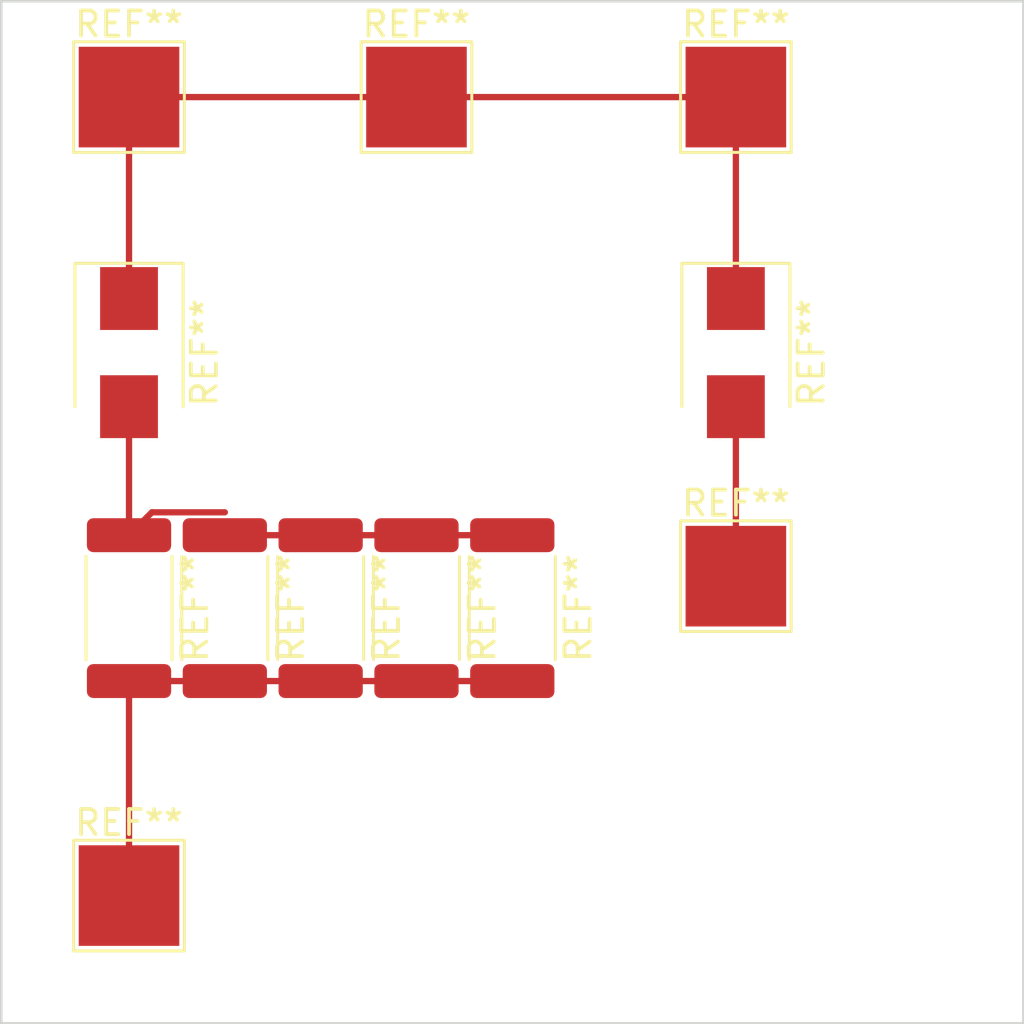
<source format=kicad_pcb>
(kicad_pcb (version 20171130) (host pcbnew 5.1.5+dfsg1-2build2)

  (general
    (thickness 1.6)
    (drawings 4)
    (tracks 21)
    (zones 0)
    (modules 12)
    (nets 1)
  )

  (page A4)
  (layers
    (0 F.Cu signal)
    (31 B.Cu signal)
    (32 B.Adhes user)
    (33 F.Adhes user)
    (34 B.Paste user)
    (35 F.Paste user)
    (36 B.SilkS user)
    (37 F.SilkS user)
    (38 B.Mask user)
    (39 F.Mask user)
    (40 Dwgs.User user)
    (41 Cmts.User user)
    (42 Eco1.User user)
    (43 Eco2.User user)
    (44 Edge.Cuts user)
    (45 Margin user)
    (46 B.CrtYd user)
    (47 F.CrtYd user)
    (48 B.Fab user hide)
    (49 F.Fab user hide)
  )

  (setup
    (last_trace_width 0.25)
    (trace_clearance 0.2)
    (zone_clearance 0.508)
    (zone_45_only no)
    (trace_min 0.2)
    (via_size 0.8)
    (via_drill 0.4)
    (via_min_size 0.4)
    (via_min_drill 0.3)
    (uvia_size 0.3)
    (uvia_drill 0.1)
    (uvias_allowed no)
    (uvia_min_size 0.2)
    (uvia_min_drill 0.1)
    (edge_width 0.05)
    (segment_width 0.2)
    (pcb_text_width 0.3)
    (pcb_text_size 1.5 1.5)
    (mod_edge_width 0.12)
    (mod_text_size 1 1)
    (mod_text_width 0.15)
    (pad_size 1.524 1.524)
    (pad_drill 0.762)
    (pad_to_mask_clearance 0.051)
    (solder_mask_min_width 0.25)
    (aux_axis_origin 0 0)
    (visible_elements FFFFFF7F)
    (pcbplotparams
      (layerselection 0x010fc_ffffffff)
      (usegerberextensions false)
      (usegerberattributes false)
      (usegerberadvancedattributes false)
      (creategerberjobfile false)
      (excludeedgelayer true)
      (linewidth 0.100000)
      (plotframeref false)
      (viasonmask false)
      (mode 1)
      (useauxorigin false)
      (hpglpennumber 1)
      (hpglpenspeed 20)
      (hpglpendiameter 15.000000)
      (psnegative false)
      (psa4output false)
      (plotreference true)
      (plotvalue true)
      (plotinvisibletext false)
      (padsonsilk false)
      (subtractmaskfromsilk false)
      (outputformat 1)
      (mirror false)
      (drillshape 1)
      (scaleselection 1)
      (outputdirectory ""))
  )

  (net 0 "")

  (net_class Default "Esta es la clase de red por defecto."
    (clearance 0.2)
    (trace_width 0.25)
    (via_dia 0.8)
    (via_drill 0.4)
    (uvia_dia 0.3)
    (uvia_drill 0.1)
  )

  (module TestPoint:TestPoint_Pad_4.0x4.0mm (layer F.Cu) (tedit 5A0F774F) (tstamp 623F25B9)
    (at 19.05 57.15)
    (descr "SMD rectangular pad as test Point, square 4.0mm side length")
    (tags "test point SMD pad rectangle square")
    (attr virtual)
    (fp_text reference REF** (at 0 -2.898) (layer F.SilkS)
      (effects (font (size 1 1) (thickness 0.15)))
    )
    (fp_text value TestPoint_Pad_4.0x4.0mm (at 0 3.1) (layer F.Fab)
      (effects (font (size 1 1) (thickness 0.15)))
    )
    (fp_text user %R (at 0 -2.9) (layer F.Fab)
      (effects (font (size 1 1) (thickness 0.15)))
    )
    (fp_line (start -2.2 -2.2) (end 2.2 -2.2) (layer F.SilkS) (width 0.12))
    (fp_line (start 2.2 -2.2) (end 2.2 2.2) (layer F.SilkS) (width 0.12))
    (fp_line (start 2.2 2.2) (end -2.2 2.2) (layer F.SilkS) (width 0.12))
    (fp_line (start -2.2 2.2) (end -2.2 -2.2) (layer F.SilkS) (width 0.12))
    (fp_line (start -2.5 -2.5) (end 2.5 -2.5) (layer F.CrtYd) (width 0.05))
    (fp_line (start -2.5 -2.5) (end -2.5 2.5) (layer F.CrtYd) (width 0.05))
    (fp_line (start 2.5 2.5) (end 2.5 -2.5) (layer F.CrtYd) (width 0.05))
    (fp_line (start 2.5 2.5) (end -2.5 2.5) (layer F.CrtYd) (width 0.05))
    (pad 1 smd rect (at 0 0) (size 4 4) (layers F.Cu F.Mask))
  )

  (module TestPoint:TestPoint_Pad_4.0x4.0mm (layer F.Cu) (tedit 5A0F774F) (tstamp 623F24A1)
    (at 43.18 25.4)
    (descr "SMD rectangular pad as test Point, square 4.0mm side length")
    (tags "test point SMD pad rectangle square")
    (attr virtual)
    (fp_text reference REF** (at 0 -2.898) (layer F.SilkS)
      (effects (font (size 1 1) (thickness 0.15)))
    )
    (fp_text value TestPoint_Pad_4.0x4.0mm (at 0 3.1) (layer F.Fab)
      (effects (font (size 1 1) (thickness 0.15)))
    )
    (fp_text user %R (at 0 -2.9) (layer F.Fab)
      (effects (font (size 1 1) (thickness 0.15)))
    )
    (fp_line (start -2.2 -2.2) (end 2.2 -2.2) (layer F.SilkS) (width 0.12))
    (fp_line (start 2.2 -2.2) (end 2.2 2.2) (layer F.SilkS) (width 0.12))
    (fp_line (start 2.2 2.2) (end -2.2 2.2) (layer F.SilkS) (width 0.12))
    (fp_line (start -2.2 2.2) (end -2.2 -2.2) (layer F.SilkS) (width 0.12))
    (fp_line (start -2.5 -2.5) (end 2.5 -2.5) (layer F.CrtYd) (width 0.05))
    (fp_line (start -2.5 -2.5) (end -2.5 2.5) (layer F.CrtYd) (width 0.05))
    (fp_line (start 2.5 2.5) (end 2.5 -2.5) (layer F.CrtYd) (width 0.05))
    (fp_line (start 2.5 2.5) (end -2.5 2.5) (layer F.CrtYd) (width 0.05))
    (pad 1 smd rect (at 0 0) (size 4 4) (layers F.Cu F.Mask))
  )

  (module TestPoint:TestPoint_Pad_4.0x4.0mm (layer F.Cu) (tedit 5A0F774F) (tstamp 623F24A1)
    (at 30.48 25.4)
    (descr "SMD rectangular pad as test Point, square 4.0mm side length")
    (tags "test point SMD pad rectangle square")
    (attr virtual)
    (fp_text reference REF** (at 0 -2.898) (layer F.SilkS)
      (effects (font (size 1 1) (thickness 0.15)))
    )
    (fp_text value TestPoint_Pad_4.0x4.0mm (at 0 3.1) (layer F.Fab)
      (effects (font (size 1 1) (thickness 0.15)))
    )
    (fp_text user %R (at 0 -2.9) (layer F.Fab)
      (effects (font (size 1 1) (thickness 0.15)))
    )
    (fp_line (start -2.2 -2.2) (end 2.2 -2.2) (layer F.SilkS) (width 0.12))
    (fp_line (start 2.2 -2.2) (end 2.2 2.2) (layer F.SilkS) (width 0.12))
    (fp_line (start 2.2 2.2) (end -2.2 2.2) (layer F.SilkS) (width 0.12))
    (fp_line (start -2.2 2.2) (end -2.2 -2.2) (layer F.SilkS) (width 0.12))
    (fp_line (start -2.5 -2.5) (end 2.5 -2.5) (layer F.CrtYd) (width 0.05))
    (fp_line (start -2.5 -2.5) (end -2.5 2.5) (layer F.CrtYd) (width 0.05))
    (fp_line (start 2.5 2.5) (end 2.5 -2.5) (layer F.CrtYd) (width 0.05))
    (fp_line (start 2.5 2.5) (end -2.5 2.5) (layer F.CrtYd) (width 0.05))
    (pad 1 smd rect (at 0 0) (size 4 4) (layers F.Cu F.Mask))
  )

  (module TestPoint:TestPoint_Pad_4.0x4.0mm (layer F.Cu) (tedit 5A0F774F) (tstamp 623F24A1)
    (at 19.05 25.4)
    (descr "SMD rectangular pad as test Point, square 4.0mm side length")
    (tags "test point SMD pad rectangle square")
    (attr virtual)
    (fp_text reference REF** (at 0 -2.898) (layer F.SilkS)
      (effects (font (size 1 1) (thickness 0.15)))
    )
    (fp_text value TestPoint_Pad_4.0x4.0mm (at 0 3.1) (layer F.Fab)
      (effects (font (size 1 1) (thickness 0.15)))
    )
    (fp_text user %R (at 0 -2.9) (layer F.Fab)
      (effects (font (size 1 1) (thickness 0.15)))
    )
    (fp_line (start -2.2 -2.2) (end 2.2 -2.2) (layer F.SilkS) (width 0.12))
    (fp_line (start 2.2 -2.2) (end 2.2 2.2) (layer F.SilkS) (width 0.12))
    (fp_line (start 2.2 2.2) (end -2.2 2.2) (layer F.SilkS) (width 0.12))
    (fp_line (start -2.2 2.2) (end -2.2 -2.2) (layer F.SilkS) (width 0.12))
    (fp_line (start -2.5 -2.5) (end 2.5 -2.5) (layer F.CrtYd) (width 0.05))
    (fp_line (start -2.5 -2.5) (end -2.5 2.5) (layer F.CrtYd) (width 0.05))
    (fp_line (start 2.5 2.5) (end 2.5 -2.5) (layer F.CrtYd) (width 0.05))
    (fp_line (start 2.5 2.5) (end -2.5 2.5) (layer F.CrtYd) (width 0.05))
    (pad 1 smd rect (at 0 0) (size 4 4) (layers F.Cu F.Mask))
  )

  (module TestPoint:TestPoint_Pad_4.0x4.0mm (layer F.Cu) (tedit 5A0F774F) (tstamp 623F2479)
    (at 43.18 44.45)
    (descr "SMD rectangular pad as test Point, square 4.0mm side length")
    (tags "test point SMD pad rectangle square")
    (attr virtual)
    (fp_text reference REF** (at 0 -2.898) (layer F.SilkS)
      (effects (font (size 1 1) (thickness 0.15)))
    )
    (fp_text value TestPoint_Pad_4.0x4.0mm (at 0 3.1) (layer F.Fab)
      (effects (font (size 1 1) (thickness 0.15)))
    )
    (fp_line (start 2.5 2.5) (end -2.5 2.5) (layer F.CrtYd) (width 0.05))
    (fp_line (start 2.5 2.5) (end 2.5 -2.5) (layer F.CrtYd) (width 0.05))
    (fp_line (start -2.5 -2.5) (end -2.5 2.5) (layer F.CrtYd) (width 0.05))
    (fp_line (start -2.5 -2.5) (end 2.5 -2.5) (layer F.CrtYd) (width 0.05))
    (fp_line (start -2.2 2.2) (end -2.2 -2.2) (layer F.SilkS) (width 0.12))
    (fp_line (start 2.2 2.2) (end -2.2 2.2) (layer F.SilkS) (width 0.12))
    (fp_line (start 2.2 -2.2) (end 2.2 2.2) (layer F.SilkS) (width 0.12))
    (fp_line (start -2.2 -2.2) (end 2.2 -2.2) (layer F.SilkS) (width 0.12))
    (fp_text user %R (at 0 -2.9) (layer F.Fab)
      (effects (font (size 1 1) (thickness 0.15)))
    )
    (pad 1 smd rect (at 0 0) (size 4 4) (layers F.Cu F.Mask))
  )

  (module Resistor_SMD:R_2512_6332Metric (layer F.Cu) (tedit 5B301BBD) (tstamp 623EFDB6)
    (at 34.29 45.72 270)
    (descr "Resistor SMD 2512 (6332 Metric), square (rectangular) end terminal, IPC_7351 nominal, (Body size source: http://www.tortai-tech.com/upload/download/2011102023233369053.pdf), generated with kicad-footprint-generator")
    (tags resistor)
    (attr smd)
    (fp_text reference REF** (at 0 -2.62 90) (layer F.SilkS)
      (effects (font (size 1 1) (thickness 0.15)))
    )
    (fp_text value R_2512_6332Metric (at 0 2.62 90) (layer F.Fab)
      (effects (font (size 1 1) (thickness 0.15)))
    )
    (fp_line (start -3.15 1.6) (end -3.15 -1.6) (layer F.Fab) (width 0.1))
    (fp_line (start -3.15 -1.6) (end 3.15 -1.6) (layer F.Fab) (width 0.1))
    (fp_line (start 3.15 -1.6) (end 3.15 1.6) (layer F.Fab) (width 0.1))
    (fp_line (start 3.15 1.6) (end -3.15 1.6) (layer F.Fab) (width 0.1))
    (fp_line (start -2.052064 -1.71) (end 2.052064 -1.71) (layer F.SilkS) (width 0.12))
    (fp_line (start -2.052064 1.71) (end 2.052064 1.71) (layer F.SilkS) (width 0.12))
    (fp_line (start -3.82 1.92) (end -3.82 -1.92) (layer F.CrtYd) (width 0.05))
    (fp_line (start -3.82 -1.92) (end 3.82 -1.92) (layer F.CrtYd) (width 0.05))
    (fp_line (start 3.82 -1.92) (end 3.82 1.92) (layer F.CrtYd) (width 0.05))
    (fp_line (start 3.82 1.92) (end -3.82 1.92) (layer F.CrtYd) (width 0.05))
    (fp_text user %R (at 0 0 90) (layer F.Fab)
      (effects (font (size 1 1) (thickness 0.15)))
    )
    (pad 1 smd roundrect (at -2.9 0 270) (size 1.35 3.35) (layers F.Cu F.Paste F.Mask) (roundrect_rratio 0.185185))
    (pad 2 smd roundrect (at 2.9 0 270) (size 1.35 3.35) (layers F.Cu F.Paste F.Mask) (roundrect_rratio 0.185185))
    (model ${KISYS3DMOD}/Resistor_SMD.3dshapes/R_2512_6332Metric.wrl
      (at (xyz 0 0 0))
      (scale (xyz 1 1 1))
      (rotate (xyz 0 0 0))
    )
  )

  (module Resistor_SMD:R_2512_6332Metric (layer F.Cu) (tedit 5B301BBD) (tstamp 623EFDB6)
    (at 30.48 45.72 270)
    (descr "Resistor SMD 2512 (6332 Metric), square (rectangular) end terminal, IPC_7351 nominal, (Body size source: http://www.tortai-tech.com/upload/download/2011102023233369053.pdf), generated with kicad-footprint-generator")
    (tags resistor)
    (attr smd)
    (fp_text reference REF** (at 0 -2.62 90) (layer F.SilkS)
      (effects (font (size 1 1) (thickness 0.15)))
    )
    (fp_text value R_2512_6332Metric (at 0 2.62 90) (layer F.Fab)
      (effects (font (size 1 1) (thickness 0.15)))
    )
    (fp_line (start -3.15 1.6) (end -3.15 -1.6) (layer F.Fab) (width 0.1))
    (fp_line (start -3.15 -1.6) (end 3.15 -1.6) (layer F.Fab) (width 0.1))
    (fp_line (start 3.15 -1.6) (end 3.15 1.6) (layer F.Fab) (width 0.1))
    (fp_line (start 3.15 1.6) (end -3.15 1.6) (layer F.Fab) (width 0.1))
    (fp_line (start -2.052064 -1.71) (end 2.052064 -1.71) (layer F.SilkS) (width 0.12))
    (fp_line (start -2.052064 1.71) (end 2.052064 1.71) (layer F.SilkS) (width 0.12))
    (fp_line (start -3.82 1.92) (end -3.82 -1.92) (layer F.CrtYd) (width 0.05))
    (fp_line (start -3.82 -1.92) (end 3.82 -1.92) (layer F.CrtYd) (width 0.05))
    (fp_line (start 3.82 -1.92) (end 3.82 1.92) (layer F.CrtYd) (width 0.05))
    (fp_line (start 3.82 1.92) (end -3.82 1.92) (layer F.CrtYd) (width 0.05))
    (fp_text user %R (at 0 0 90) (layer F.Fab)
      (effects (font (size 1 1) (thickness 0.15)))
    )
    (pad 1 smd roundrect (at -2.9 0 270) (size 1.35 3.35) (layers F.Cu F.Paste F.Mask) (roundrect_rratio 0.185185))
    (pad 2 smd roundrect (at 2.9 0 270) (size 1.35 3.35) (layers F.Cu F.Paste F.Mask) (roundrect_rratio 0.185185))
    (model ${KISYS3DMOD}/Resistor_SMD.3dshapes/R_2512_6332Metric.wrl
      (at (xyz 0 0 0))
      (scale (xyz 1 1 1))
      (rotate (xyz 0 0 0))
    )
  )

  (module Resistor_SMD:R_2512_6332Metric (layer F.Cu) (tedit 5B301BBD) (tstamp 623EFDB6)
    (at 26.67 45.72 270)
    (descr "Resistor SMD 2512 (6332 Metric), square (rectangular) end terminal, IPC_7351 nominal, (Body size source: http://www.tortai-tech.com/upload/download/2011102023233369053.pdf), generated with kicad-footprint-generator")
    (tags resistor)
    (attr smd)
    (fp_text reference REF** (at 0 -2.62 90) (layer F.SilkS)
      (effects (font (size 1 1) (thickness 0.15)))
    )
    (fp_text value R_2512_6332Metric (at 0 2.62 90) (layer F.Fab)
      (effects (font (size 1 1) (thickness 0.15)))
    )
    (fp_line (start -3.15 1.6) (end -3.15 -1.6) (layer F.Fab) (width 0.1))
    (fp_line (start -3.15 -1.6) (end 3.15 -1.6) (layer F.Fab) (width 0.1))
    (fp_line (start 3.15 -1.6) (end 3.15 1.6) (layer F.Fab) (width 0.1))
    (fp_line (start 3.15 1.6) (end -3.15 1.6) (layer F.Fab) (width 0.1))
    (fp_line (start -2.052064 -1.71) (end 2.052064 -1.71) (layer F.SilkS) (width 0.12))
    (fp_line (start -2.052064 1.71) (end 2.052064 1.71) (layer F.SilkS) (width 0.12))
    (fp_line (start -3.82 1.92) (end -3.82 -1.92) (layer F.CrtYd) (width 0.05))
    (fp_line (start -3.82 -1.92) (end 3.82 -1.92) (layer F.CrtYd) (width 0.05))
    (fp_line (start 3.82 -1.92) (end 3.82 1.92) (layer F.CrtYd) (width 0.05))
    (fp_line (start 3.82 1.92) (end -3.82 1.92) (layer F.CrtYd) (width 0.05))
    (fp_text user %R (at 0 0 90) (layer F.Fab)
      (effects (font (size 1 1) (thickness 0.15)))
    )
    (pad 1 smd roundrect (at -2.9 0 270) (size 1.35 3.35) (layers F.Cu F.Paste F.Mask) (roundrect_rratio 0.185185))
    (pad 2 smd roundrect (at 2.9 0 270) (size 1.35 3.35) (layers F.Cu F.Paste F.Mask) (roundrect_rratio 0.185185))
    (model ${KISYS3DMOD}/Resistor_SMD.3dshapes/R_2512_6332Metric.wrl
      (at (xyz 0 0 0))
      (scale (xyz 1 1 1))
      (rotate (xyz 0 0 0))
    )
  )

  (module Resistor_SMD:R_2512_6332Metric (layer F.Cu) (tedit 5B301BBD) (tstamp 623EFDB6)
    (at 22.86 45.72 270)
    (descr "Resistor SMD 2512 (6332 Metric), square (rectangular) end terminal, IPC_7351 nominal, (Body size source: http://www.tortai-tech.com/upload/download/2011102023233369053.pdf), generated with kicad-footprint-generator")
    (tags resistor)
    (attr smd)
    (fp_text reference REF** (at 0 -2.62 90) (layer F.SilkS)
      (effects (font (size 1 1) (thickness 0.15)))
    )
    (fp_text value R_2512_6332Metric (at 0 2.62 90) (layer F.Fab)
      (effects (font (size 1 1) (thickness 0.15)))
    )
    (fp_line (start -3.15 1.6) (end -3.15 -1.6) (layer F.Fab) (width 0.1))
    (fp_line (start -3.15 -1.6) (end 3.15 -1.6) (layer F.Fab) (width 0.1))
    (fp_line (start 3.15 -1.6) (end 3.15 1.6) (layer F.Fab) (width 0.1))
    (fp_line (start 3.15 1.6) (end -3.15 1.6) (layer F.Fab) (width 0.1))
    (fp_line (start -2.052064 -1.71) (end 2.052064 -1.71) (layer F.SilkS) (width 0.12))
    (fp_line (start -2.052064 1.71) (end 2.052064 1.71) (layer F.SilkS) (width 0.12))
    (fp_line (start -3.82 1.92) (end -3.82 -1.92) (layer F.CrtYd) (width 0.05))
    (fp_line (start -3.82 -1.92) (end 3.82 -1.92) (layer F.CrtYd) (width 0.05))
    (fp_line (start 3.82 -1.92) (end 3.82 1.92) (layer F.CrtYd) (width 0.05))
    (fp_line (start 3.82 1.92) (end -3.82 1.92) (layer F.CrtYd) (width 0.05))
    (fp_text user %R (at 0 0 90) (layer F.Fab)
      (effects (font (size 1 1) (thickness 0.15)))
    )
    (pad 1 smd roundrect (at -2.9 0 270) (size 1.35 3.35) (layers F.Cu F.Paste F.Mask) (roundrect_rratio 0.185185))
    (pad 2 smd roundrect (at 2.9 0 270) (size 1.35 3.35) (layers F.Cu F.Paste F.Mask) (roundrect_rratio 0.185185))
    (model ${KISYS3DMOD}/Resistor_SMD.3dshapes/R_2512_6332Metric.wrl
      (at (xyz 0 0 0))
      (scale (xyz 1 1 1))
      (rotate (xyz 0 0 0))
    )
  )

  (module Resistor_SMD:R_2512_6332Metric (layer F.Cu) (tedit 5B301BBD) (tstamp 623EFD94)
    (at 19.05 45.72 270)
    (descr "Resistor SMD 2512 (6332 Metric), square (rectangular) end terminal, IPC_7351 nominal, (Body size source: http://www.tortai-tech.com/upload/download/2011102023233369053.pdf), generated with kicad-footprint-generator")
    (tags resistor)
    (attr smd)
    (fp_text reference REF** (at 0 -2.62 90) (layer F.SilkS)
      (effects (font (size 1 1) (thickness 0.15)))
    )
    (fp_text value R_2512_6332Metric (at 0 2.62 90) (layer F.Fab)
      (effects (font (size 1 1) (thickness 0.15)))
    )
    (fp_text user %R (at 0 0 90) (layer F.Fab)
      (effects (font (size 1 1) (thickness 0.15)))
    )
    (fp_line (start 3.82 1.92) (end -3.82 1.92) (layer F.CrtYd) (width 0.05))
    (fp_line (start 3.82 -1.92) (end 3.82 1.92) (layer F.CrtYd) (width 0.05))
    (fp_line (start -3.82 -1.92) (end 3.82 -1.92) (layer F.CrtYd) (width 0.05))
    (fp_line (start -3.82 1.92) (end -3.82 -1.92) (layer F.CrtYd) (width 0.05))
    (fp_line (start -2.052064 1.71) (end 2.052064 1.71) (layer F.SilkS) (width 0.12))
    (fp_line (start -2.052064 -1.71) (end 2.052064 -1.71) (layer F.SilkS) (width 0.12))
    (fp_line (start 3.15 1.6) (end -3.15 1.6) (layer F.Fab) (width 0.1))
    (fp_line (start 3.15 -1.6) (end 3.15 1.6) (layer F.Fab) (width 0.1))
    (fp_line (start -3.15 -1.6) (end 3.15 -1.6) (layer F.Fab) (width 0.1))
    (fp_line (start -3.15 1.6) (end -3.15 -1.6) (layer F.Fab) (width 0.1))
    (pad 2 smd roundrect (at 2.9 0 270) (size 1.35 3.35) (layers F.Cu F.Paste F.Mask) (roundrect_rratio 0.185185))
    (pad 1 smd roundrect (at -2.9 0 270) (size 1.35 3.35) (layers F.Cu F.Paste F.Mask) (roundrect_rratio 0.185185))
    (model ${KISYS3DMOD}/Resistor_SMD.3dshapes/R_2512_6332Metric.wrl
      (at (xyz 0 0 0))
      (scale (xyz 1 1 1))
      (rotate (xyz 0 0 0))
    )
  )

  (module Diode_SMD:D_SMB (layer F.Cu) (tedit 58645DF3) (tstamp 623EF820)
    (at 43.18 35.56 270)
    (descr "Diode SMB (DO-214AA)")
    (tags "Diode SMB (DO-214AA)")
    (attr smd)
    (fp_text reference REF** (at 0 -3 90) (layer F.SilkS)
      (effects (font (size 1 1) (thickness 0.15)))
    )
    (fp_text value D_SMB (at 0 3.1 90) (layer F.Fab)
      (effects (font (size 1 1) (thickness 0.15)))
    )
    (fp_text user %R (at 0 -3 90) (layer F.Fab)
      (effects (font (size 1 1) (thickness 0.15)))
    )
    (fp_line (start -3.55 -2.15) (end -3.55 2.15) (layer F.SilkS) (width 0.12))
    (fp_line (start 2.3 2) (end -2.3 2) (layer F.Fab) (width 0.1))
    (fp_line (start -2.3 2) (end -2.3 -2) (layer F.Fab) (width 0.1))
    (fp_line (start 2.3 -2) (end 2.3 2) (layer F.Fab) (width 0.1))
    (fp_line (start 2.3 -2) (end -2.3 -2) (layer F.Fab) (width 0.1))
    (fp_line (start -3.65 -2.25) (end 3.65 -2.25) (layer F.CrtYd) (width 0.05))
    (fp_line (start 3.65 -2.25) (end 3.65 2.25) (layer F.CrtYd) (width 0.05))
    (fp_line (start 3.65 2.25) (end -3.65 2.25) (layer F.CrtYd) (width 0.05))
    (fp_line (start -3.65 2.25) (end -3.65 -2.25) (layer F.CrtYd) (width 0.05))
    (fp_line (start -0.64944 0.00102) (end -1.55114 0.00102) (layer F.Fab) (width 0.1))
    (fp_line (start 0.50118 0.00102) (end 1.4994 0.00102) (layer F.Fab) (width 0.1))
    (fp_line (start -0.64944 -0.79908) (end -0.64944 0.80112) (layer F.Fab) (width 0.1))
    (fp_line (start 0.50118 0.75032) (end 0.50118 -0.79908) (layer F.Fab) (width 0.1))
    (fp_line (start -0.64944 0.00102) (end 0.50118 0.75032) (layer F.Fab) (width 0.1))
    (fp_line (start -0.64944 0.00102) (end 0.50118 -0.79908) (layer F.Fab) (width 0.1))
    (fp_line (start -3.55 2.15) (end 2.15 2.15) (layer F.SilkS) (width 0.12))
    (fp_line (start -3.55 -2.15) (end 2.15 -2.15) (layer F.SilkS) (width 0.12))
    (pad 1 smd rect (at -2.15 0 270) (size 2.5 2.3) (layers F.Cu F.Paste F.Mask))
    (pad 2 smd rect (at 2.15 0 270) (size 2.5 2.3) (layers F.Cu F.Paste F.Mask))
    (model ${KISYS3DMOD}/Diode_SMD.3dshapes/D_SMB.wrl
      (at (xyz 0 0 0))
      (scale (xyz 1 1 1))
      (rotate (xyz 0 0 0))
    )
  )

  (module Diode_SMD:D_SMB (layer F.Cu) (tedit 58645DF3) (tstamp 623EF7F0)
    (at 19.05 35.56 270)
    (descr "Diode SMB (DO-214AA)")
    (tags "Diode SMB (DO-214AA)")
    (attr smd)
    (fp_text reference REF** (at 0 -3 90) (layer F.SilkS)
      (effects (font (size 1 1) (thickness 0.15)))
    )
    (fp_text value D_SMB (at 0 3.1 90) (layer F.Fab)
      (effects (font (size 1 1) (thickness 0.15)))
    )
    (fp_line (start -3.55 -2.15) (end 2.15 -2.15) (layer F.SilkS) (width 0.12))
    (fp_line (start -3.55 2.15) (end 2.15 2.15) (layer F.SilkS) (width 0.12))
    (fp_line (start -0.64944 0.00102) (end 0.50118 -0.79908) (layer F.Fab) (width 0.1))
    (fp_line (start -0.64944 0.00102) (end 0.50118 0.75032) (layer F.Fab) (width 0.1))
    (fp_line (start 0.50118 0.75032) (end 0.50118 -0.79908) (layer F.Fab) (width 0.1))
    (fp_line (start -0.64944 -0.79908) (end -0.64944 0.80112) (layer F.Fab) (width 0.1))
    (fp_line (start 0.50118 0.00102) (end 1.4994 0.00102) (layer F.Fab) (width 0.1))
    (fp_line (start -0.64944 0.00102) (end -1.55114 0.00102) (layer F.Fab) (width 0.1))
    (fp_line (start -3.65 2.25) (end -3.65 -2.25) (layer F.CrtYd) (width 0.05))
    (fp_line (start 3.65 2.25) (end -3.65 2.25) (layer F.CrtYd) (width 0.05))
    (fp_line (start 3.65 -2.25) (end 3.65 2.25) (layer F.CrtYd) (width 0.05))
    (fp_line (start -3.65 -2.25) (end 3.65 -2.25) (layer F.CrtYd) (width 0.05))
    (fp_line (start 2.3 -2) (end -2.3 -2) (layer F.Fab) (width 0.1))
    (fp_line (start 2.3 -2) (end 2.3 2) (layer F.Fab) (width 0.1))
    (fp_line (start -2.3 2) (end -2.3 -2) (layer F.Fab) (width 0.1))
    (fp_line (start 2.3 2) (end -2.3 2) (layer F.Fab) (width 0.1))
    (fp_line (start -3.55 -2.15) (end -3.55 2.15) (layer F.SilkS) (width 0.12))
    (fp_text user %R (at 0 -3 90) (layer F.Fab)
      (effects (font (size 1 1) (thickness 0.15)))
    )
    (pad 2 smd rect (at 2.15 0 270) (size 2.5 2.3) (layers F.Cu F.Paste F.Mask))
    (pad 1 smd rect (at -2.15 0 270) (size 2.5 2.3) (layers F.Cu F.Paste F.Mask))
    (model ${KISYS3DMOD}/Diode_SMD.3dshapes/D_SMB.wrl
      (at (xyz 0 0 0))
      (scale (xyz 1 1 1))
      (rotate (xyz 0 0 0))
    )
  )

  (gr_line (start 54.61 21.59) (end 54.61 62.23) (layer Edge.Cuts) (width 0.1))
  (gr_line (start 13.97 21.59) (end 54.61 21.59) (layer Edge.Cuts) (width 0.1))
  (gr_line (start 13.97 62.23) (end 13.97 21.59) (layer Edge.Cuts) (width 0.1))
  (gr_line (start 54.61 62.23) (end 13.97 62.23) (layer Edge.Cuts) (width 0.1))

  (segment (start 43.18 33.41) (end 43.18 25.4) (width 0.25) (layer F.Cu) (net 0))
  (segment (start 43.18 44.45) (end 43.18 42.2) (width 0.25) (layer F.Cu) (net 0))
  (segment (start 43.18 42.2) (end 43.18 37.71) (width 0.25) (layer F.Cu) (net 0))
  (segment (start 19.05 42.82) (end 19.05 37.71) (width 0.25) (layer F.Cu) (net 0))
  (segment (start 19.05 48.62) (end 22.86 48.62) (width 0.25) (layer F.Cu) (net 0))
  (segment (start 22.86 48.62) (end 26.67 48.62) (width 0.25) (layer F.Cu) (net 0))
  (segment (start 26.67 48.62) (end 31.39 48.62) (width 0.25) (layer F.Cu) (net 0))
  (segment (start 31.39 48.62) (end 31.75 48.26) (width 0.25) (layer F.Cu) (net 0))
  (segment (start 31.75 48.26) (end 30.48 48.26) (width 0.25) (layer F.Cu) (net 0))
  (segment (start 30.84 48.62) (end 34.29 48.62) (width 0.25) (layer F.Cu) (net 0))
  (segment (start 30.48 48.26) (end 30.84 48.62) (width 0.25) (layer F.Cu) (net 0))
  (segment (start 34.29 42.82) (end 30.48 42.82) (width 0.25) (layer F.Cu) (net 0))
  (segment (start 30.48 42.82) (end 26.67 42.82) (width 0.25) (layer F.Cu) (net 0))
  (segment (start 26.67 42.82) (end 22.86 42.82) (width 0.25) (layer F.Cu) (net 0))
  (segment (start 19.96 41.91) (end 19.05 42.82) (width 0.25) (layer F.Cu) (net 0))
  (segment (start 22.86 41.91) (end 19.96 41.91) (width 0.25) (layer F.Cu) (net 0))
  (segment (start 19.05 33.41) (end 19.05 25.4) (width 0.25) (layer F.Cu) (net 0))
  (segment (start 19.05 25.4) (end 30.48 25.4) (width 0.25) (layer F.Cu) (net 0))
  (segment (start 30.48 25.4) (end 43.18 25.4) (width 0.25) (layer F.Cu) (net 0))
  (segment (start 19.05 54.9) (end 19.05 48.62) (width 0.25) (layer F.Cu) (net 0))
  (segment (start 19.05 57.15) (end 19.05 54.9) (width 0.25) (layer F.Cu) (net 0))

)

</source>
